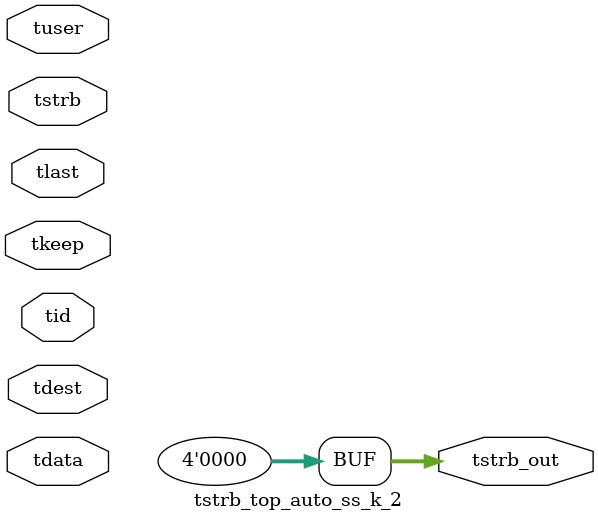
<source format=v>


`timescale 1ps/1ps

module tstrb_top_auto_ss_k_2 #
(
parameter C_S_AXIS_TDATA_WIDTH = 32,
parameter C_S_AXIS_TUSER_WIDTH = 0,
parameter C_S_AXIS_TID_WIDTH   = 0,
parameter C_S_AXIS_TDEST_WIDTH = 0,
parameter C_M_AXIS_TDATA_WIDTH = 32
)
(
input  [(C_S_AXIS_TDATA_WIDTH == 0 ? 1 : C_S_AXIS_TDATA_WIDTH)-1:0     ] tdata,
input  [(C_S_AXIS_TUSER_WIDTH == 0 ? 1 : C_S_AXIS_TUSER_WIDTH)-1:0     ] tuser,
input  [(C_S_AXIS_TID_WIDTH   == 0 ? 1 : C_S_AXIS_TID_WIDTH)-1:0       ] tid,
input  [(C_S_AXIS_TDEST_WIDTH == 0 ? 1 : C_S_AXIS_TDEST_WIDTH)-1:0     ] tdest,
input  [(C_S_AXIS_TDATA_WIDTH/8)-1:0 ] tkeep,
input  [(C_S_AXIS_TDATA_WIDTH/8)-1:0 ] tstrb,
input                                                                    tlast,
output [(C_M_AXIS_TDATA_WIDTH/8)-1:0 ] tstrb_out
);

assign tstrb_out = {1'b0};

endmodule


</source>
